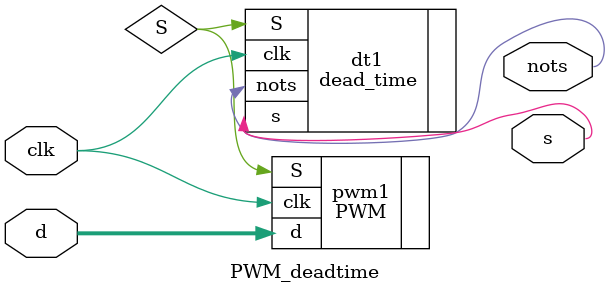
<source format=v>
`timescale 1ns / 1ps
module PWM_deadtime(
input clk,
input [9:0] d,
output s,
output nots
    );


wire S;


PWM pwm1(
.clk(clk),
.d(d),
.S(S)
 );
 
dead_time dt1(.clk(clk),
	.S(S),
	.s(s),
	.nots(nots));

endmodule

</source>
